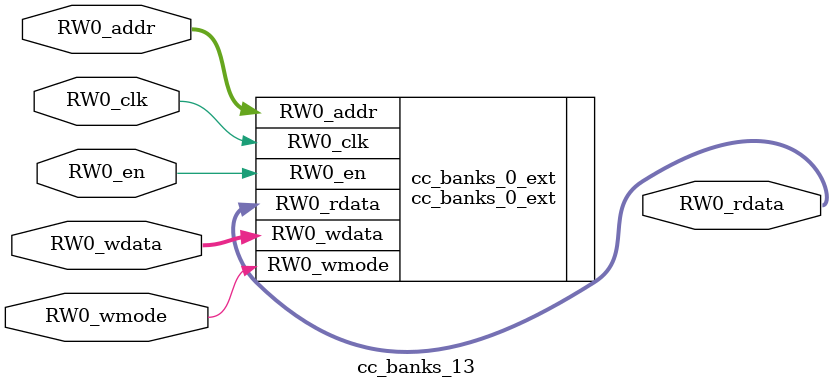
<source format=sv>
module cc_banks_13(	// @[generators/rocket-chip/src/main/scala/util/DescribedSRAM.scala:17:26]
  input  [11:0] RW0_addr,
  input         RW0_en,
  input         RW0_clk,
  input         RW0_wmode,
  input  [63:0] RW0_wdata,
  output [63:0] RW0_rdata
);

  cc_banks_0_ext cc_banks_0_ext (	// @[generators/rocket-chip/src/main/scala/util/DescribedSRAM.scala:17:26]
    .RW0_addr  (RW0_addr),
    .RW0_en    (RW0_en),
    .RW0_clk   (RW0_clk),
    .RW0_wmode (RW0_wmode),
    .RW0_wdata (RW0_wdata),
    .RW0_rdata (RW0_rdata)
  );	// @[generators/rocket-chip/src/main/scala/util/DescribedSRAM.scala:17:26]
endmodule


</source>
